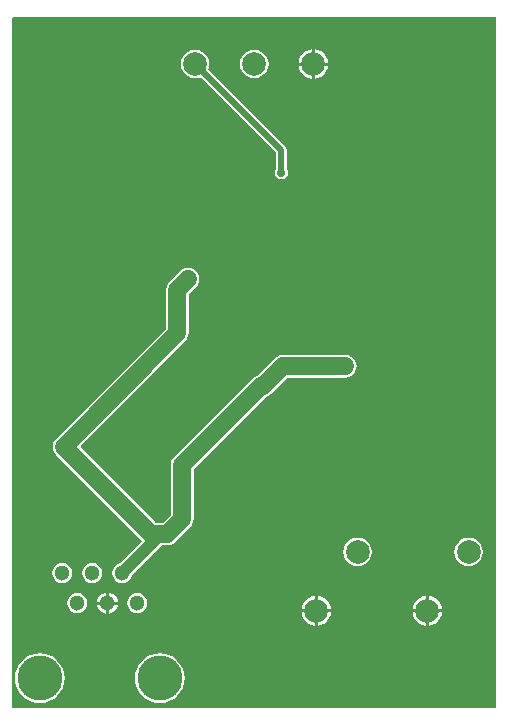
<source format=gbl>
%FSLAX25Y25*%
%MOIN*%
G70*
G01*
G75*
G04 Layer_Physical_Order=2*
G04 Layer_Color=16711680*
%ADD10R,0.03150X0.03543*%
%ADD11R,0.05118X0.04134*%
%ADD12R,0.07087X0.07165*%
%ADD13R,0.06102X0.05315*%
%ADD14R,0.22047X0.22047*%
%ADD15R,0.07874X0.04724*%
%ADD16R,0.03740X0.02756*%
%ADD17R,0.04331X0.04528*%
%ADD18R,0.05315X0.06102*%
%ADD19R,0.04528X0.04331*%
%ADD20R,0.05906X0.01181*%
%ADD21R,0.01181X0.05906*%
%ADD22R,0.03543X0.03150*%
%ADD23R,0.02835X0.02835*%
%ADD24R,0.21654X0.07874*%
%ADD25C,0.01000*%
%ADD26C,0.03937*%
%ADD27C,0.01969*%
%ADD28C,0.07874*%
%ADD29C,0.05118*%
%ADD30C,0.14961*%
%ADD31C,0.02756*%
%ADD32C,0.05906*%
G36*
X161417Y-0D02*
X-0D01*
X-0Y229815D01*
X500Y230315D01*
X161417D01*
Y-0D01*
D02*
G37*
%LPC*%
G36*
X41732Y38257D02*
X40859Y38142D01*
X40045Y37805D01*
X39346Y37269D01*
X38809Y36570D01*
X38472Y35756D01*
X38357Y34882D01*
X38472Y34008D01*
X38809Y33194D01*
X39346Y32495D01*
X40045Y31959D01*
X40859Y31622D01*
X41732Y31507D01*
X42606Y31622D01*
X43420Y31959D01*
X44119Y32495D01*
X44655Y33194D01*
X44993Y34008D01*
X45108Y34882D01*
X44993Y35756D01*
X44655Y36570D01*
X44119Y37269D01*
X43420Y37805D01*
X42606Y38142D01*
X41732Y38257D01*
D02*
G37*
G36*
X21732D02*
X20859Y38142D01*
X20045Y37805D01*
X19346Y37269D01*
X18809Y36570D01*
X18472Y35756D01*
X18357Y34882D01*
X18472Y34008D01*
X18809Y33194D01*
X19346Y32495D01*
X20045Y31959D01*
X20859Y31622D01*
X21732Y31507D01*
X22606Y31622D01*
X23420Y31959D01*
X24119Y32495D01*
X24655Y33194D01*
X24993Y34008D01*
X25108Y34882D01*
X24993Y35756D01*
X24655Y36570D01*
X24119Y37269D01*
X23420Y37805D01*
X22606Y38142D01*
X21732Y38257D01*
D02*
G37*
G36*
X35256Y34382D02*
X32232D01*
Y31358D01*
X32661Y31414D01*
X33527Y31773D01*
X34271Y32344D01*
X34841Y33087D01*
X35200Y33953D01*
X35256Y34382D01*
D02*
G37*
G36*
X137886Y37197D02*
X137097Y37093D01*
X135896Y36596D01*
X134865Y35805D01*
X134073Y34773D01*
X133576Y33572D01*
X133472Y32783D01*
X137886D01*
Y37197D01*
D02*
G37*
G36*
X101878D02*
Y32783D01*
X106292D01*
X106188Y33572D01*
X105690Y34773D01*
X104899Y35805D01*
X103868Y36596D01*
X102667Y37093D01*
X101878Y37197D01*
D02*
G37*
G36*
X100878D02*
X100089Y37093D01*
X98888Y36596D01*
X97857Y35805D01*
X97066Y34773D01*
X96568Y33572D01*
X96464Y32783D01*
X100878D01*
Y37197D01*
D02*
G37*
G36*
X31232Y34382D02*
X28208D01*
X28265Y33953D01*
X28624Y33087D01*
X29194Y32344D01*
X29937Y31773D01*
X30803Y31414D01*
X31232Y31358D01*
Y34382D01*
D02*
G37*
G36*
X100878Y31784D02*
X96464D01*
X96568Y30995D01*
X97066Y29794D01*
X97857Y28762D01*
X98888Y27971D01*
X100089Y27474D01*
X100878Y27370D01*
Y31784D01*
D02*
G37*
G36*
X49213Y18150D02*
X47592Y17991D01*
X46033Y17518D01*
X44597Y16750D01*
X43338Y15717D01*
X42305Y14458D01*
X41537Y13022D01*
X41065Y11463D01*
X40905Y9843D01*
X41065Y8222D01*
X41537Y6663D01*
X42305Y5227D01*
X43338Y3968D01*
X44597Y2935D01*
X46033Y2167D01*
X47592Y1694D01*
X49213Y1535D01*
X50833Y1694D01*
X52392Y2167D01*
X53828Y2935D01*
X55087Y3968D01*
X56120Y5227D01*
X56888Y6663D01*
X57361Y8222D01*
X57520Y9843D01*
X57361Y11463D01*
X56888Y13022D01*
X56120Y14458D01*
X55087Y15717D01*
X53828Y16750D01*
X52392Y17518D01*
X50833Y17991D01*
X49213Y18150D01*
D02*
G37*
G36*
X9213D02*
X7592Y17991D01*
X6033Y17518D01*
X4597Y16750D01*
X3338Y15717D01*
X2305Y14458D01*
X1537Y13022D01*
X1065Y11463D01*
X905Y9843D01*
X1065Y8222D01*
X1537Y6663D01*
X2305Y5227D01*
X3338Y3968D01*
X4597Y2935D01*
X6033Y2167D01*
X7592Y1694D01*
X9213Y1535D01*
X10833Y1694D01*
X12392Y2167D01*
X13828Y2935D01*
X15087Y3968D01*
X16120Y5227D01*
X16888Y6663D01*
X17361Y8222D01*
X17520Y9843D01*
X17361Y11463D01*
X16888Y13022D01*
X16120Y14458D01*
X15087Y15717D01*
X13828Y16750D01*
X12392Y17518D01*
X10833Y17991D01*
X9213Y18150D01*
D02*
G37*
G36*
X143300Y31784D02*
X138886D01*
Y27370D01*
X139675Y27474D01*
X140876Y27971D01*
X141907Y28762D01*
X142698Y29794D01*
X143196Y30995D01*
X143300Y31784D01*
D02*
G37*
G36*
X137886D02*
X133472D01*
X133576Y30995D01*
X134073Y29794D01*
X134865Y28762D01*
X135896Y27971D01*
X137097Y27474D01*
X137886Y27370D01*
Y31784D01*
D02*
G37*
G36*
X106292D02*
X101878D01*
Y27370D01*
X102667Y27474D01*
X103868Y27971D01*
X104899Y28762D01*
X105690Y29794D01*
X106188Y30995D01*
X106292Y31784D01*
D02*
G37*
G36*
X99894Y214067D02*
X95480D01*
X95584Y213278D01*
X96081Y212077D01*
X96873Y211046D01*
X97904Y210255D01*
X99105Y209757D01*
X99894Y209653D01*
Y214067D01*
D02*
G37*
G36*
X61024Y219332D02*
X59790Y219170D01*
X58641Y218694D01*
X57654Y217936D01*
X56897Y216950D01*
X56421Y215800D01*
X56258Y214567D01*
X56421Y213334D01*
X56897Y212184D01*
X57654Y211197D01*
X58641Y210440D01*
X59790Y209964D01*
X61024Y209802D01*
X62257Y209964D01*
X62833Y210203D01*
X87957Y185079D01*
Y179541D01*
X87724Y179191D01*
X87556Y178347D01*
X87724Y177502D01*
X88203Y176785D01*
X88919Y176307D01*
X89764Y176139D01*
X90609Y176307D01*
X91325Y176785D01*
X91803Y177502D01*
X91972Y178347D01*
X91803Y179191D01*
X91570Y179541D01*
Y185827D01*
X91433Y186518D01*
X91041Y187104D01*
X65388Y212757D01*
X65626Y213334D01*
X65789Y214567D01*
X65626Y215800D01*
X65150Y216950D01*
X64393Y217936D01*
X63406Y218694D01*
X62257Y219170D01*
X61024Y219332D01*
D02*
G37*
G36*
X152165Y56734D02*
X150932Y56571D01*
X149783Y56095D01*
X148796Y55338D01*
X148039Y54351D01*
X147563Y53202D01*
X147400Y51968D01*
X147563Y50735D01*
X148039Y49586D01*
X148796Y48599D01*
X149783Y47842D01*
X150932Y47366D01*
X152165Y47203D01*
X153399Y47366D01*
X154548Y47842D01*
X155535Y48599D01*
X156292Y49586D01*
X156768Y50735D01*
X156930Y51968D01*
X156768Y53202D01*
X156292Y54351D01*
X155535Y55338D01*
X154548Y56095D01*
X153399Y56571D01*
X152165Y56734D01*
D02*
G37*
G36*
X105307Y214067D02*
X100894D01*
Y209653D01*
X101682Y209757D01*
X102884Y210255D01*
X103915Y211046D01*
X104706Y212077D01*
X105204Y213278D01*
X105307Y214067D01*
D02*
G37*
G36*
X100894Y219481D02*
Y215067D01*
X105307D01*
X105204Y215856D01*
X104706Y217057D01*
X103915Y218088D01*
X102884Y218879D01*
X101682Y219377D01*
X100894Y219481D01*
D02*
G37*
G36*
X99894D02*
X99105Y219377D01*
X97904Y218879D01*
X96873Y218088D01*
X96081Y217057D01*
X95584Y215856D01*
X95480Y215067D01*
X99894D01*
Y219481D01*
D02*
G37*
G36*
X80709Y219332D02*
X79475Y219170D01*
X78326Y218694D01*
X77339Y217936D01*
X76582Y216950D01*
X76106Y215800D01*
X75943Y214567D01*
X76106Y213334D01*
X76582Y212184D01*
X77339Y211197D01*
X78326Y210440D01*
X79475Y209964D01*
X80709Y209802D01*
X81942Y209964D01*
X83091Y210440D01*
X84078Y211197D01*
X84835Y212184D01*
X85312Y213334D01*
X85474Y214567D01*
X85312Y215800D01*
X84835Y216950D01*
X84078Y217936D01*
X83091Y218694D01*
X81942Y219170D01*
X80709Y219332D01*
D02*
G37*
G36*
X32232Y38406D02*
Y35382D01*
X35256D01*
X35200Y35811D01*
X34841Y36677D01*
X34271Y37420D01*
X33527Y37991D01*
X32661Y38349D01*
X32232Y38406D01*
D02*
G37*
G36*
X31232D02*
X30803Y38349D01*
X29937Y37991D01*
X29194Y37420D01*
X28624Y36677D01*
X28265Y35811D01*
X28208Y35382D01*
X31232D01*
Y38406D01*
D02*
G37*
G36*
X138886Y37197D02*
Y32783D01*
X143300D01*
X143196Y33572D01*
X142698Y34773D01*
X141907Y35805D01*
X140876Y36596D01*
X139675Y37093D01*
X138886Y37197D01*
D02*
G37*
G36*
X16732Y48257D02*
X15859Y48142D01*
X15045Y47805D01*
X14346Y47269D01*
X13809Y46570D01*
X13472Y45755D01*
X13357Y44882D01*
X13472Y44008D01*
X13809Y43194D01*
X14346Y42495D01*
X15045Y41959D01*
X15859Y41622D01*
X16732Y41507D01*
X17606Y41622D01*
X18420Y41959D01*
X19119Y42495D01*
X19655Y43194D01*
X19993Y44008D01*
X20108Y44882D01*
X19993Y45755D01*
X19655Y46570D01*
X19119Y47269D01*
X18420Y47805D01*
X17606Y48142D01*
X16732Y48257D01*
D02*
G37*
G36*
X115157Y56734D02*
X113924Y56571D01*
X112775Y56095D01*
X111788Y55338D01*
X111031Y54351D01*
X110555Y53202D01*
X110392Y51968D01*
X110555Y50735D01*
X111031Y49586D01*
X111788Y48599D01*
X112775Y47842D01*
X113924Y47366D01*
X115157Y47203D01*
X116391Y47366D01*
X117540Y47842D01*
X118527Y48599D01*
X119284Y49586D01*
X119760Y50735D01*
X119923Y51968D01*
X119760Y53202D01*
X119284Y54351D01*
X118527Y55338D01*
X117540Y56095D01*
X116391Y56571D01*
X115157Y56734D01*
D02*
G37*
G36*
X58661Y146686D02*
X57685Y146557D01*
X56775Y146180D01*
X55994Y145581D01*
X52451Y142038D01*
X51851Y141256D01*
X51474Y140347D01*
X51346Y139370D01*
Y126378D01*
Y126366D01*
X14655Y89675D01*
X14056Y88894D01*
X13679Y87984D01*
X13550Y87008D01*
X13679Y86032D01*
X14056Y85122D01*
X14655Y84340D01*
X43457Y55538D01*
X36092Y48173D01*
X35859Y48142D01*
X35045Y47805D01*
X34346Y47269D01*
X33809Y46570D01*
X33472Y45755D01*
X33357Y44882D01*
X33472Y44008D01*
X33809Y43194D01*
X34346Y42495D01*
X35045Y41959D01*
X35859Y41622D01*
X36732Y41507D01*
X37606Y41622D01*
X38420Y41959D01*
X39119Y42495D01*
X39655Y43194D01*
X39993Y44008D01*
X40023Y44242D01*
X49883Y54102D01*
X51726D01*
X52703Y54230D01*
X53613Y54607D01*
X54394Y55207D01*
X59360Y60173D01*
X59960Y60954D01*
X60337Y61864D01*
X60465Y62841D01*
Y62992D01*
Y79298D01*
X84730Y103563D01*
X85351Y103820D01*
X86132Y104419D01*
X91720Y110007D01*
X111024D01*
X112000Y110136D01*
X112910Y110512D01*
X113691Y111112D01*
X114291Y111893D01*
X114667Y112803D01*
X114796Y113779D01*
X114667Y114756D01*
X114291Y115666D01*
X113691Y116447D01*
X112910Y117046D01*
X112000Y117423D01*
X111024Y117552D01*
X90158D01*
X89181Y117423D01*
X88271Y117046D01*
X87490Y116447D01*
X81653Y110611D01*
X81033Y110354D01*
X80252Y109754D01*
X54025Y83528D01*
X53426Y82746D01*
X53049Y81836D01*
X52921Y80860D01*
Y64403D01*
X50164Y61646D01*
X48019D01*
X22908Y86758D01*
Y87258D01*
X57786Y122136D01*
X58385Y122917D01*
X58762Y123827D01*
X58890Y124803D01*
Y126378D01*
Y137808D01*
X61329Y140246D01*
X61928Y141027D01*
X62305Y141937D01*
X62434Y142913D01*
X62305Y143890D01*
X61928Y144800D01*
X61329Y145581D01*
X60548Y146180D01*
X59638Y146557D01*
X58661Y146686D01*
D02*
G37*
G36*
X26732Y48257D02*
X25859Y48142D01*
X25045Y47805D01*
X24346Y47269D01*
X23809Y46570D01*
X23472Y45755D01*
X23357Y44882D01*
X23472Y44008D01*
X23809Y43194D01*
X24346Y42495D01*
X25045Y41959D01*
X25859Y41622D01*
X26732Y41507D01*
X27606Y41622D01*
X28420Y41959D01*
X29119Y42495D01*
X29655Y43194D01*
X29993Y44008D01*
X30108Y44882D01*
X29993Y45755D01*
X29655Y46570D01*
X29119Y47269D01*
X28420Y47805D01*
X27606Y48142D01*
X26732Y48257D01*
D02*
G37*
%LPD*%
D26*
X36732Y44882D02*
X49724Y57874D01*
D27*
X89764Y178347D02*
Y185827D01*
X61024Y214567D02*
X89764Y185827D01*
D28*
X138386Y32283D02*
D03*
X152165Y51968D02*
D03*
X101378Y32283D02*
D03*
X115157Y51968D02*
D03*
X61024Y214567D02*
D03*
X100394D02*
D03*
X80709D02*
D03*
D29*
X26732Y44882D02*
D03*
X36732D02*
D03*
X16732D02*
D03*
X21732Y34882D02*
D03*
X31732D02*
D03*
X41732D02*
D03*
D30*
X49213Y9843D02*
D03*
X9213D02*
D03*
D31*
X13780Y224016D02*
D03*
X31496D02*
D03*
X131890D02*
D03*
X149606D02*
D03*
X134646Y142126D02*
D03*
X147638Y145669D02*
D03*
Y112598D02*
D03*
X120079Y106299D02*
D03*
X96457D02*
D03*
X131102Y75984D02*
D03*
X97244Y66929D02*
D03*
X89764Y178347D02*
D03*
X83071Y100000D02*
D03*
Y93307D02*
D03*
X22047Y148031D02*
D03*
X16535Y153543D02*
D03*
Y161417D02*
D03*
Y170079D02*
D03*
Y177953D02*
D03*
X25197D02*
D03*
X34252D02*
D03*
X42913D02*
D03*
X55118D02*
D03*
X66535D02*
D03*
X77559D02*
D03*
X81496Y169291D02*
D03*
Y159843D02*
D03*
Y153543D02*
D03*
X73228Y145276D02*
D03*
Y135039D02*
D03*
X49606Y62992D02*
D03*
X6693Y111417D02*
D03*
X11811Y112205D02*
D03*
X10630Y87008D02*
D03*
X17323D02*
D03*
X56693Y62992D02*
D03*
X49606Y59055D02*
D03*
X58661Y142913D02*
D03*
X55118Y126378D02*
D03*
X111024Y113779D02*
D03*
X83465Y107087D02*
D03*
D32*
X90158Y113779D02*
X111024D01*
X83465Y107087D02*
X90158Y113779D01*
X82919Y107087D02*
X83465D01*
X56693Y80860D02*
X82919Y107087D01*
X56693Y62992D02*
Y80860D01*
Y62841D02*
Y62992D01*
X51726Y57874D02*
X56693Y62841D01*
X17323Y87008D02*
X46457Y57874D01*
X17323Y87008D02*
X55118Y124803D01*
Y139370D02*
X58661Y142913D01*
X55118Y124803D02*
Y126378D01*
Y139370D01*
X46457Y57874D02*
X49724D01*
X51726D01*
M02*

</source>
